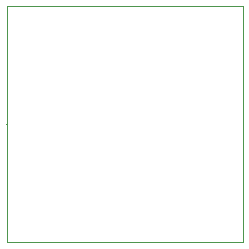
<source format=gbr>
%TF.GenerationSoftware,KiCad,Pcbnew,8.0.2-1*%
%TF.CreationDate,2024-09-30T19:11:18+01:00*%
%TF.ProjectId,test_module_1,74657374-5f6d-46f6-9475-6c655f312e6b,rev?*%
%TF.SameCoordinates,PX8583b00PY5f5e100*%
%TF.FileFunction,Other,User*%
%FSLAX46Y46*%
G04 Gerber Fmt 4.6, Leading zero omitted, Abs format (unit mm)*
G04 Created by KiCad (PCBNEW 8.0.2-1) date 2024-09-30 19:11:18*
%MOMM*%
%LPD*%
G01*
G04 APERTURE LIST*
%ADD10C,0.100000*%
%ADD11C,0.110000*%
%ADD12C,0.120000*%
%ADD13C,0.130000*%
G04 APERTURE END LIST*
D10*
X-10000000Y10000000D02*
X10000000Y10000000D01*
X10000000Y-10000000D01*
X-10000000Y-10000000D01*
X-10000000Y10000000D01*
D11*
%TO.C,GS1*%
X0Y10000000D02*
X0Y10000000D01*
D12*
%TO.C,GS3*%
X10000000Y0D02*
X10000000Y0D01*
D13*
%TO.C,GS2*%
X-10000000Y0D02*
X-10000000Y0D01*
%TD*%
M02*

</source>
